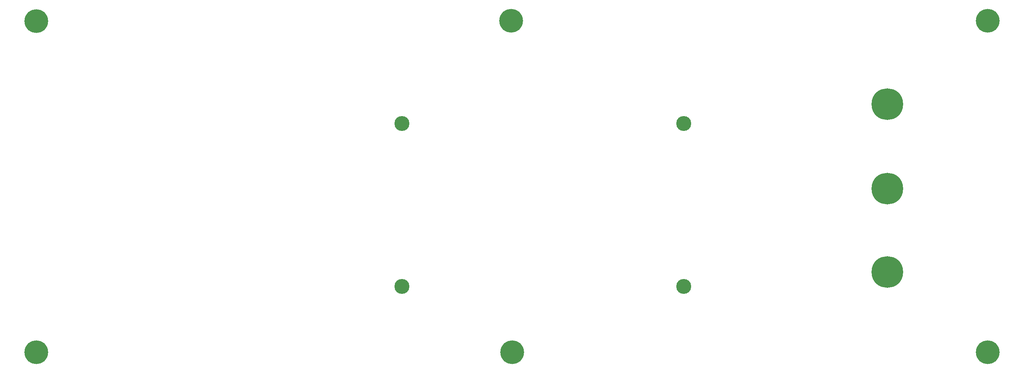
<source format=gbr>
G04 #@! TF.GenerationSoftware,KiCad,Pcbnew,(5.1.2-1)-1*
G04 #@! TF.CreationDate,2019-09-10T17:15:36+01:00*
G04 #@! TF.ProjectId,ControlModuleFrontPanel,436f6e74-726f-46c4-9d6f-64756c654672,C*
G04 #@! TF.SameCoordinates,Original*
G04 #@! TF.FileFunction,Soldermask,Bot*
G04 #@! TF.FilePolarity,Negative*
%FSLAX46Y46*%
G04 Gerber Fmt 4.6, Leading zero omitted, Abs format (unit mm)*
G04 Created by KiCad (PCBNEW (5.1.2-1)-1) date 2019-09-10 17:15:36*
%MOMM*%
%LPD*%
G04 APERTURE LIST*
%ADD10C,5.700000*%
%ADD11C,3.600000*%
%ADD12C,7.600000*%
G04 APERTURE END LIST*
D10*
X35496500Y-129438400D03*
X35496500Y-49733200D03*
X264210800Y-49707800D03*
X264210800Y-129438400D03*
D11*
X123380500Y-113601500D03*
X191135000Y-113601500D03*
X123380500Y-74422000D03*
X191135000Y-74422000D03*
D10*
X149860000Y-129413000D03*
X149606000Y-49657000D03*
D12*
X240030000Y-110109000D03*
X240030000Y-90043000D03*
X240030000Y-69723000D03*
M02*

</source>
